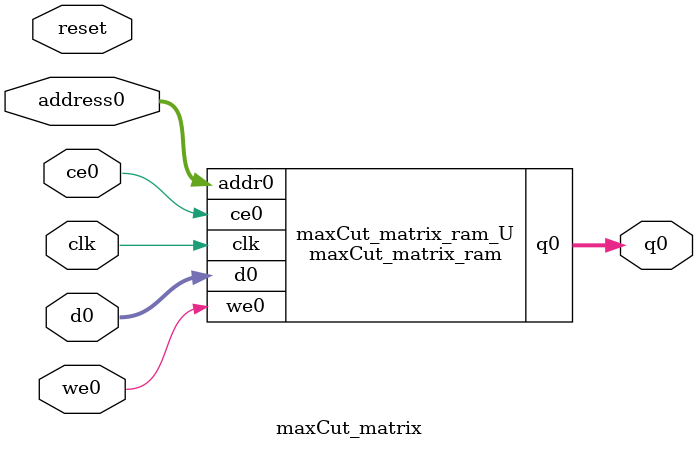
<source format=v>
`timescale 1 ns / 1 ps
module maxCut_matrix_ram (addr0, ce0, d0, we0, q0,  clk);

parameter DWIDTH = 20;
parameter AWIDTH = 6;
parameter MEM_SIZE = 36;

input[AWIDTH-1:0] addr0;
input ce0;
input[DWIDTH-1:0] d0;
input we0;
output reg[DWIDTH-1:0] q0;
input clk;

(* ram_style = "distributed" *)reg [DWIDTH-1:0] ram[0:MEM_SIZE-1];




always @(posedge clk)  
begin 
    if (ce0) 
    begin
        if (we0) 
        begin 
            ram[addr0] <= d0; 
        end 
        q0 <= ram[addr0];
    end
end


endmodule

`timescale 1 ns / 1 ps
module maxCut_matrix(
    reset,
    clk,
    address0,
    ce0,
    we0,
    d0,
    q0);

parameter DataWidth = 32'd20;
parameter AddressRange = 32'd36;
parameter AddressWidth = 32'd6;
input reset;
input clk;
input[AddressWidth - 1:0] address0;
input ce0;
input we0;
input[DataWidth - 1:0] d0;
output[DataWidth - 1:0] q0;



maxCut_matrix_ram maxCut_matrix_ram_U(
    .clk( clk ),
    .addr0( address0 ),
    .ce0( ce0 ),
    .we0( we0 ),
    .d0( d0 ),
    .q0( q0 ));

endmodule


</source>
